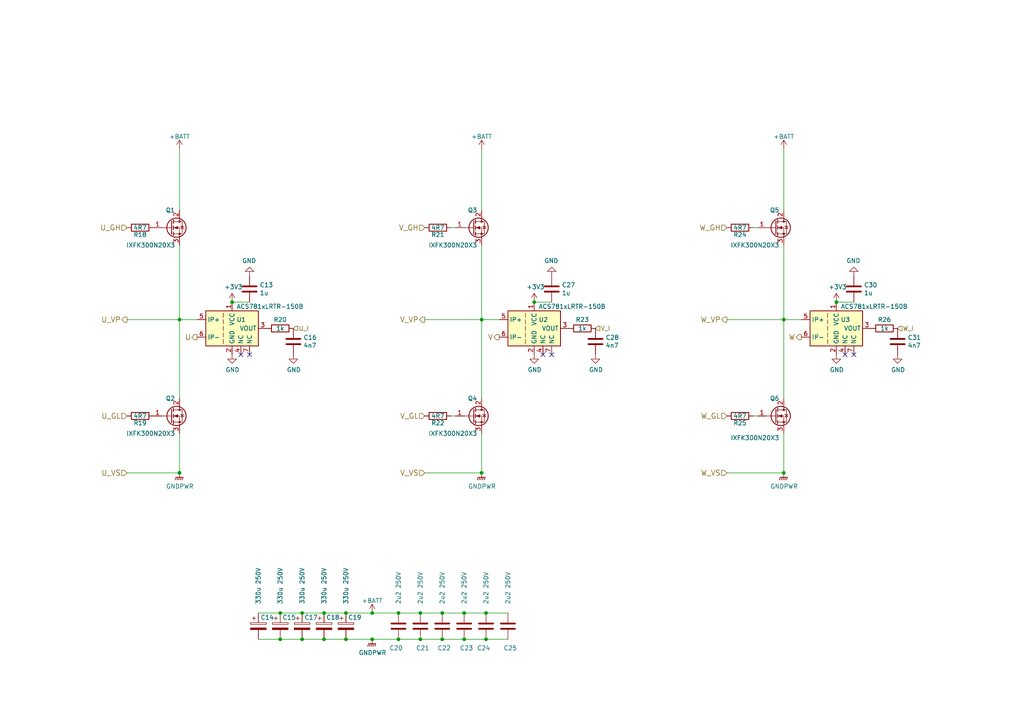
<source format=kicad_sch>
(kicad_sch (version 20230121) (generator eeschema)
  (paper "A4")
  (title_block (title "HSWR MOSFET Power Stage") (date "2017-02-05") (rev "4.0"))
  (lib_symbols
    (symbol "Device:C" (pin_numbers hide) (pin_names (offset 0.254))
      (property "Reference" "C" (at 0.635 2.54 0))
      (property "Value" "C" (at 0.635 -2.54 0))
      (symbol "C_0_1"
        (polyline (pts (xy -2.032 -0.762) (xy 2.032 -0.762)) (stroke (width 0.508)))
        (polyline (pts (xy -2.032 0.762) (xy 2.032 0.762)) (stroke (width 0.508)))
      )
      (symbol "C_1_1"
        (pin passive line (at 0 3.81 270) (length 2.794) (name "~") (number "1"))
        (pin passive line (at 0 -3.81 90) (length 2.794) (name "~") (number "2"))
      )
    )
    (symbol "Device:C_Polarized" (pin_numbers hide) (pin_names (offset 0.254))
      (property "Reference" "C" (at 0.635 2.54 0))
      (property "Value" "C_Polarized" (at 0.635 -2.54 0))
      (symbol "C_Polarized_0_1"
        (rectangle (start -2.286 0.508) (end 2.286 1.016))
        (polyline (pts (xy -1.778 2.286) (xy -0.762 2.286)))
        (polyline (pts (xy -1.27 2.794) (xy -1.27 1.778)))
        (rectangle (start 2.286 -0.508) (end -2.286 -1.016) (fill (type outline)))
      )
      (symbol "C_Polarized_1_1"
        (pin passive line (at 0 3.81 270) (length 2.794) (name "~") (number "1"))
        (pin passive line (at 0 -3.81 90) (length 2.794) (name "~") (number "2"))
      )
    )
    (symbol "Device:Q_NMOS_GDS" (pin_names (offset 0) hide)
      (property "Reference" "Q" (at 5.08 1.27 0))
      (property "Value" "Q_NMOS_GDS" (at 5.08 -1.27 0))
      (symbol "Q_NMOS_GDS_0_1"
        (polyline (pts (xy 0.254 0) (xy -2.54 0)))
        (polyline (pts (xy 0.254 1.905) (xy 0.254 -1.905)) (stroke (width 0.254)))
        (polyline (pts (xy 0.762 -1.27) (xy 0.762 -2.286)) (stroke (width 0.254)))
        (polyline (pts (xy 0.762 0.508) (xy 0.762 -0.508)) (stroke (width 0.254)))
        (polyline (pts (xy 0.762 2.286) (xy 0.762 1.27)) (stroke (width 0.254)))
        (polyline (pts (xy 2.54 2.54) (xy 2.54 1.778)))
        (polyline (pts (xy 2.54 -2.54) (xy 2.54 0) (xy 0.762 0)))
        (polyline (pts (xy 0.762 -1.778) (xy 3.302 -1.778) (xy 3.302 1.778) (xy 0.762 1.778)))
        (polyline (pts (xy 1.016 0) (xy 2.032 0.381) (xy 2.032 -0.381) (xy 1.016 0)) (fill (type outline)))
        (polyline (pts (xy 2.794 0.508) (xy 2.921 0.381) (xy 3.683 0.381) (xy 3.81 0.254)))
        (polyline (pts (xy 3.302 0.381) (xy 2.921 -0.254) (xy 3.683 -0.254) (xy 3.302 0.381)))
        (circle (center 1.651 0) (radius 2.794) (stroke (width 0.254)))
        (circle (center 2.54 -1.778) (radius 0.254) (fill (type outline)))
        (circle (center 2.54 1.778) (radius 0.254) (fill (type outline)))
      )
      (symbol "Q_NMOS_GDS_1_1"
        (pin input line (at -5.08 0 0) (length 2.54) (name "G") (number "1"))
        (pin passive line (at 2.54 5.08 270) (length 2.54) (name "D") (number "2"))
        (pin passive line (at 2.54 -5.08 90) (length 2.54) (name "S") (number "3"))
      )
    )
    (symbol "Device:R" (pin_numbers hide) (pin_names (offset 0))
      (property "Reference" "R" (at 2.032 0 90))
      (property "Value" "R" (at 0 0 90))
      (symbol "R_0_1"
        (rectangle (start -1.016 -2.54) (end 1.016 2.54) (stroke (width 0.254)))
      )
      (symbol "R_1_1"
        (pin passive line (at 0 3.81 270) (length 1.27) (name "~") (number "1"))
        (pin passive line (at 0 -3.81 90) (length 1.27) (name "~") (number "2"))
      )
    )
    (symbol "Sensor_Current:ACS781xLRTR-150B"
      (property "Reference" "U" (at -7.62 6.35 0))
      (property "Value" "ACS781xLRTR-150B" (at 2.54 6.35 0))
      (symbol "ACS781xLRTR-150B_0_1"
        (rectangle (start -7.62 5.08) (end 7.62 -5.08) (stroke (width 0.254)) (fill (type background)))
        (polyline (pts (xy -2.54 -3.175) (xy -2.54 -4.445)))
        (polyline (pts (xy -2.54 -1.27) (xy -2.54 -2.54)))
        (polyline (pts (xy -2.54 0.635) (xy -2.54 -0.635)))
        (polyline (pts (xy -2.54 1.27) (xy -2.54 2.54)))
        (polyline (pts (xy -2.54 3.175) (xy -2.54 4.445)))
      )
      (symbol "ACS781xLRTR-150B_1_1"
        (pin power_in line (at 0 7.62 270) (length 2.54) (name "VCC") (number "1"))
        (pin power_in line (at 0 -7.62 90) (length 2.54) (name "GND") (number "2"))
        (pin output line (at 10.16 0 180) (length 2.54) (name "VOUT") (number "3"))
        (pin passive line (at 2.54 -7.62 90) (length 2.54) (name "NC") (number "4"))
        (pin passive line (at -10.16 2.54 0) (length 2.54) (name "IP+") (number "5"))
        (pin passive line (at -10.16 -2.54 0) (length 2.54) (name "IP-") (number "6"))
        (pin passive line (at 5.08 -7.62 90) (length 2.54) (name "NC") (number "7"))
      )
    )
    (symbol "power:+3V3" (power) (pin_names (offset 0))
      (property "Value" "+3V3" (at 0 3.556 0))
      (symbol "+3V3_0_1"
        (polyline (pts (xy -0.762 1.27) (xy 0 2.54)))
        (polyline (pts (xy 0 0) (xy 0 2.54)))
        (polyline (pts (xy 0 2.54) (xy 0.762 1.27)))
      )
      (symbol "+3V3_1_1"
        (pin power_in line (at 0 0 90) (length 0) hide (name "+3V3") (number "1"))
      )
    )
    (symbol "power:+BATT" (power) (pin_names (offset 0))
      (property "Value" "+BATT" (at 0 3.556 0))
      (symbol "+BATT_0_1"
        (polyline (pts (xy -0.762 1.27) (xy 0 2.54)))
        (polyline (pts (xy 0 0) (xy 0 2.54)))
        (polyline (pts (xy 0 2.54) (xy 0.762 1.27)))
      )
      (symbol "+BATT_1_1"
        (pin power_in line (at 0 0 90) (length 0) hide (name "+BATT") (number "1"))
      )
    )
    (symbol "power:GND" (power) (pin_names (offset 0))
      (property "Value" "GND" (at 0 -3.81 0))
      (symbol "GND_0_1"
        (polyline (pts (xy 0 0) (xy 0 -1.27) (xy 1.27 -1.27) (xy 0 -2.54) (xy -1.27 -1.27) (xy 0 -1.27)))
      )
      (symbol "GND_1_1"
        (pin power_in line (at 0 0 270) (length 0) hide (name "GND") (number "1"))
      )
    )
    (symbol "power:GNDPWR" (power) (pin_names (offset 0))
      (property "Value" "GNDPWR" (at 0 -3.302 0))
      (symbol "GNDPWR_0_1"
        (polyline (pts (xy 0 -1.27) (xy 0 0)))
        (polyline (pts (xy -1.016 -1.27) (xy -1.27 -2.032) (xy -1.27 -2.032)) (stroke (width 0.2032)))
        (polyline (pts (xy -0.508 -1.27) (xy -0.762 -2.032) (xy -0.762 -2.032)) (stroke (width 0.2032)))
        (polyline (pts (xy 0 -1.27) (xy -0.254 -2.032) (xy -0.254 -2.032)) (stroke (width 0.2032)))
        (polyline (pts (xy 0.508 -1.27) (xy 0.254 -2.032) (xy 0.254 -2.032)) (stroke (width 0.2032)))
        (polyline (pts (xy 1.016 -1.27) (xy -1.016 -1.27) (xy -1.016 -1.27)) (stroke (width 0.2032)))
        (polyline (pts (xy 1.016 -1.27) (xy 0.762 -2.032) (xy 0.762 -2.032) (xy 0.762 -2.032)) (stroke (width 0.2032)))
      )
      (symbol "GNDPWR_1_1"
        (pin power_in line (at 0 0 270) (length 0) hide (name "GNDPWR") (number "1"))
      )
    )
  )
  (junction (at 115.57 185.42))
  (junction (at 81.28 185.42))
  (junction (at 121.92 185.42))
  (junction (at 100.33 185.42))
  (junction (at 140.97 177.8))
  (junction (at 227.33 137.16))
  (junction (at 115.57 177.8))
  (junction (at 128.27 177.8))
  (junction (at 87.63 177.8))
  (junction (at 52.07 137.16))
  (junction (at 87.63 185.42))
  (junction (at 52.07 92.71))
  (junction (at 93.98 177.8))
  (junction (at 81.28 177.8))
  (junction (at 134.62 185.42))
  (junction (at 67.31 87.63))
  (junction (at 139.7 92.71))
  (junction (at 139.7 137.16))
  (junction (at 154.94 87.63))
  (junction (at 140.97 185.42))
  (junction (at 242.57 87.63))
  (junction (at 227.33 92.71))
  (junction (at 107.95 177.8))
  (junction (at 93.98 185.42))
  (junction (at 100.33 177.8))
  (junction (at 121.92 177.8))
  (junction (at 128.27 185.42))
  (junction (at 107.95 185.42))
  (junction (at 134.62 177.8))
  (no_connect (at 72.39 102.87))
  (no_connect (at 69.85 102.87))
  (no_connect (at 245.11 102.87))
  (no_connect (at 160.02 102.87))
  (no_connect (at 247.65 102.87))
  (no_connect (at 157.48 102.87))
  (wire (pts (xy 227.33 137.16) (xy 227.33 125.73)))
  (wire (pts (xy 52.07 92.71) (xy 52.07 115.57)))
  (wire (pts (xy 121.92 185.42) (xy 128.27 185.42)))
  (wire (pts (xy 139.7 71.12) (xy 139.7 92.71)))
  (wire (pts (xy 74.93 177.8) (xy 81.28 177.8)))
  (wire (pts (xy 219.71 120.65) (xy 218.44 120.65)))
  (wire (pts (xy 93.98 177.8) (xy 100.33 177.8)))
  (wire (pts (xy 52.07 43.18) (xy 52.07 60.96)))
  (wire (pts (xy 128.27 177.8) (xy 134.62 177.8)))
  (wire (pts (xy 115.57 177.8) (xy 121.92 177.8)))
  (wire (pts (xy 210.82 137.16) (xy 227.33 137.16)))
  (wire (pts (xy 242.57 87.63) (xy 247.65 87.63)))
  (wire (pts (xy 67.31 87.63) (xy 72.39 87.63)))
  (wire (pts (xy 123.19 137.16) (xy 139.7 137.16)))
  (wire (pts (xy 87.63 185.42) (xy 93.98 185.42)))
  (wire (pts (xy 219.71 66.04) (xy 218.44 66.04)))
  (wire (pts (xy 52.07 137.16) (xy 52.07 125.73)))
  (wire (pts (xy 93.98 185.42) (xy 100.33 185.42)))
  (wire (pts (xy 87.63 177.8) (xy 93.98 177.8)))
  (wire (pts (xy 100.33 185.42) (xy 107.95 185.42)))
  (wire (pts (xy 140.97 185.42) (xy 147.32 185.42)))
  (wire (pts (xy 81.28 177.8) (xy 87.63 177.8)))
  (wire (pts (xy 121.92 177.8) (xy 128.27 177.8)))
  (wire (pts (xy 154.94 87.63) (xy 160.02 87.63)))
  (wire (pts (xy 81.28 185.42) (xy 87.63 185.42)))
  (wire (pts (xy 227.33 92.71) (xy 232.41 92.71)))
  (wire (pts (xy 100.33 177.8) (xy 107.95 177.8)))
  (wire (pts (xy 115.57 185.42) (xy 121.92 185.42)))
  (wire (pts (xy 107.95 177.8) (xy 115.57 177.8)))
  (wire (pts (xy 139.7 43.18) (xy 139.7 60.96)))
  (wire (pts (xy 132.08 66.04) (xy 130.81 66.04)))
  (wire (pts (xy 134.62 177.8) (xy 140.97 177.8)))
  (wire (pts (xy 36.83 137.16) (xy 52.07 137.16)))
  (wire (pts (xy 139.7 92.71) (xy 123.19 92.71)))
  (wire (pts (xy 227.33 92.71) (xy 227.33 115.57)))
  (wire (pts (xy 52.07 92.71) (xy 57.15 92.71)))
  (wire (pts (xy 139.7 92.71) (xy 144.78 92.71)))
  (wire (pts (xy 107.95 185.42) (xy 115.57 185.42)))
  (wire (pts (xy 134.62 185.42) (xy 140.97 185.42)))
  (wire (pts (xy 36.83 92.71) (xy 52.07 92.71)))
  (wire (pts (xy 227.33 71.12) (xy 227.33 92.71)))
  (wire (pts (xy 139.7 137.16) (xy 139.7 125.73)))
  (wire (pts (xy 132.08 120.65) (xy 130.81 120.65)))
  (wire (pts (xy 210.82 92.71) (xy 227.33 92.71)))
  (wire (pts (xy 139.7 92.71) (xy 139.7 115.57)))
  (wire (pts (xy 227.33 43.18) (xy 227.33 60.96)))
  (wire (pts (xy 52.07 71.12) (xy 52.07 92.71)))
  (wire (pts (xy 140.97 177.8) (xy 147.32 177.8)))
  (wire (pts (xy 74.93 185.42) (xy 81.28 185.42)))
  (wire (pts (xy 128.27 185.42) (xy 134.62 185.42)))
  (hierarchical_label "W_VS" (shape input) (at 210.82 137.16 180) (effects (font (size 1.524 1.524))))
  (hierarchical_label "W" (shape output) (at 232.41 97.79 180) (effects (font (size 1.524 1.524))))
  (hierarchical_label "U_GL" (shape input) (at 36.83 120.65 180) (effects (font (size 1.524 1.524))))
  (hierarchical_label "W_GL" (shape input) (at 210.82 120.65 180) (effects (font (size 1.524 1.524))))
  (hierarchical_label "W_I" (shape input) (at 260.35 95.25 0))
  (hierarchical_label "V_GL" (shape input) (at 123.19 120.65 180) (effects (font (size 1.524 1.524))))
  (hierarchical_label "U" (shape output) (at 57.15 97.79 180) (effects (font (size 1.524 1.524))))
  (hierarchical_label "U_VS" (shape input) (at 36.83 137.16 180) (effects (font (size 1.524 1.524))))
  (hierarchical_label "U_VP" (shape output) (at 36.83 92.71 180) (effects (font (size 1.524 1.524))))
  (hierarchical_label "U_I" (shape input) (at 85.09 95.25 0))
  (hierarchical_label "U_GH" (shape input) (at 36.83 66.04 180) (effects (font (size 1.524 1.524))))
  (hierarchical_label "V_I" (shape input) (at 172.72 95.25 0))
  (hierarchical_label "W_GH" (shape input) (at 210.82 66.04 180) (effects (font (size 1.524 1.524))))
  (hierarchical_label "V" (shape output) (at 144.78 97.79 180) (effects (font (size 1.524 1.524))))
  (hierarchical_label "V_VS" (shape input) (at 123.19 137.16 180) (effects (font (size 1.524 1.524))))
  (hierarchical_label "V_GH" (shape input) (at 123.19 66.04 180) (effects (font (size 1.524 1.524))))
  (hierarchical_label "V_VP" (shape output) (at 123.19 92.71 180) (effects (font (size 1.524 1.524))))
  (hierarchical_label "W_VP" (shape output) (at 210.82 92.71 180) (effects (font (size 1.524 1.524))))
  (symbol (lib_id "power:+BATT") (at 227.33 43.18 0) (unit 1)
    (property "Reference" "#PWR057" (effects hide))
    (property "Value" "+BATT" (at 227.33 39.624 0))
  )
  (symbol (lib_id "Device:R") (at 214.63 120.65 270) (unit 1)
    (property "Reference" "R25" (at 214.63 122.682 90))
    (property "Value" "4R7" (at 214.63 120.65 90))
    (property "Footprint" "Resistor_SMD:R_0805_2012Metric" (effects hide))
  )
  (symbol (lib_id "Device:R") (at 214.63 66.04 270) (unit 1)
    (property "Reference" "R24" (at 214.63 68.072 90))
    (property "Value" "4R7" (at 214.63 66.04 90))
    (property "Footprint" "Resistor_SMD:R_0805_2012Metric" (effects hide))
  )
  (symbol (lib_id "Device:Q_NMOS_GDS") (at 224.79 120.65 0) (unit 1)
    (property "Reference" "Q6" (at 226.06 115.57 0) (effects (justify right)))
    (property "Value" "IXFK300N20X3" (at 226.06 127 0) (effects (justify right)))
    (property "Footprint" "HSWR:TO-264-3_Horizontal_TabUp_6mm_hole" (effects hide))
  )
  (symbol (lib_id "Device:Q_NMOS_GDS") (at 224.79 66.04 0) (unit 1)
    (property "Reference" "Q5" (at 226.06 60.96 0) (effects (justify right)))
    (property "Value" "IXFK300N20X3" (at 226.06 71.12 0) (effects (justify right)))
    (property "Footprint" "HSWR:TO-264-3_Horizontal_TabUp_6mm_hole" (effects hide))
  )
  (symbol (lib_id "power:+BATT") (at 139.7 43.18 0) (unit 1)
    (property "Reference" "#PWR050" (effects hide))
    (property "Value" "+BATT" (at 139.7 39.624 0))
  )
  (symbol (lib_id "Device:R") (at 127 120.65 270) (unit 1)
    (property "Reference" "R22" (at 127 122.682 90))
    (property "Value" "4R7" (at 127 120.65 90))
    (property "Footprint" "Resistor_SMD:R_0805_2012Metric" (effects hide))
  )
  (symbol (lib_id "Device:R") (at 127 66.04 270) (unit 1)
    (property "Reference" "R21" (at 127 68.072 90))
    (property "Value" "4R7" (at 127 66.04 90))
    (property "Footprint" "Resistor_SMD:R_0805_2012Metric" (effects hide))
  )
  (symbol (lib_id "Device:Q_NMOS_GDS") (at 137.16 120.65 0) (unit 1)
    (property "Reference" "Q4" (at 138.43 115.57 0) (effects (justify right)))
    (property "Value" "IXFK300N20X3" (at 138.43 125.73 0) (effects (justify right)))
    (property "Footprint" "HSWR:TO-264-3_Horizontal_TabUp_6mm_hole" (effects hide))
  )
  (symbol (lib_id "Device:Q_NMOS_GDS") (at 137.16 66.04 0) (unit 1)
    (property "Reference" "Q3" (at 138.43 60.96 0) (effects (justify right)))
    (property "Value" "IXFK300N20X3" (at 138.43 71.12 0) (effects (justify right)))
    (property "Footprint" "HSWR:TO-264-3_Horizontal_TabUp_6mm_hole" (effects hide))
  )
  (symbol (lib_id "power:+BATT") (at 52.07 43.18 0) (unit 1)
    (property "Reference" "#PWR041" (effects hide))
    (property "Value" "+BATT" (at 52.07 39.624 0))
  )
  (symbol (lib_id "Device:R") (at 40.64 120.65 270) (unit 1)
    (property "Reference" "R19" (at 40.64 122.682 90))
    (property "Value" "4R7" (at 40.64 120.65 90))
    (property "Footprint" "Resistor_SMD:R_0805_2012Metric" (effects hide))
  )
  (symbol (lib_id "Device:R") (at 40.64 66.04 270) (unit 1)
    (property "Reference" "R18" (at 40.64 68.072 90))
    (property "Value" "4R7" (at 40.64 66.04 90))
    (property "Footprint" "Resistor_SMD:R_0805_2012Metric" (effects hide))
  )
  (symbol (lib_id "Device:Q_NMOS_GDS") (at 49.53 120.65 0) (unit 1)
    (property "Reference" "Q2" (at 50.8 115.57 0) (effects (justify right)))
    (property "Value" "IXFK300N20X3" (at 50.8 125.73 0) (effects (justify right)))
    (property "Footprint" "HSWR:TO-264-3_Horizontal_TabUp_6mm_hole" (effects hide))
  )
  (symbol (lib_id "Device:Q_NMOS_GDS") (at 49.53 66.04 0) (unit 1)
    (property "Reference" "Q1" (at 50.8 60.96 0) (effects (justify right)))
    (property "Value" "IXFK300N20X3" (at 50.8 71.12 0) (effects (justify right)))
    (property "Footprint" "HSWR:TO-264-3_Horizontal_TabUp_6mm_hole" (effects hide))
  )
  (symbol (lib_id "power:+BATT") (at 107.95 177.8 0) (unit 1)
    (property "Reference" "#PWR048" (effects hide))
    (property "Value" "+BATT" (at 107.95 174.244 0))
  )
  (symbol (lib_id "Device:C") (at 115.57 181.61 0) (mirror y) (unit 1)
    (property "Reference" "C20" (at 116.84 187.96 0) (effects (justify left)))
    (property "Value" "2u2 250V" (at 115.57 175.26 90) (effects (justify left)))
    (property "Footprint" "Capacitor_SMD:C_2220_5750Metric" (effects hide))
  )
  (symbol (lib_id "Device:C") (at 121.92 181.61 0) (unit 1)
    (property "Reference" "C21" (at 120.65 187.96 0) (effects (justify left)))
    (property "Value" "2u2 250V" (at 121.92 175.26 90) (effects (justify left)))
    (property "Footprint" "Capacitor_SMD:C_2220_5750Metric" (effects hide))
  )
  (symbol (lib_id "Device:C") (at 128.27 181.61 0) (mirror y) (unit 1)
    (property "Reference" "C22" (at 130.81 187.96 0) (effects (justify left)))
    (property "Value" "2u2 250V" (at 128.27 175.26 90) (effects (justify left)))
    (property "Footprint" "Capacitor_SMD:C_2220_5750Metric" (effects hide))
  )
  (symbol (lib_id "Device:C") (at 134.62 181.61 0) (unit 1)
    (property "Reference" "C23" (at 133.35 187.96 0) (effects (justify left)))
    (property "Value" "2u2 250V" (at 134.62 175.26 90) (effects (justify left)))
    (property "Footprint" "Capacitor_SMD:C_2220_5750Metric" (effects hide))
  )
  (symbol (lib_id "Device:C") (at 140.97 181.61 0) (mirror y) (unit 1)
    (property "Reference" "C24" (at 142.24 187.96 0) (effects (justify left)))
    (property "Value" "2u2 250V" (at 140.97 175.26 90) (effects (justify left)))
    (property "Footprint" "Capacitor_SMD:C_2220_5750Metric" (effects hide))
  )
  (symbol (lib_id "Device:C") (at 147.32 181.61 0) (unit 1)
    (property "Reference" "C25" (at 146.05 187.96 0) (effects (justify left)))
    (property "Value" "2u2 250V" (at 147.32 175.26 90) (effects (justify left)))
    (property "Footprint" "Capacitor_SMD:C_2220_5750Metric" (effects hide))
  )
  (symbol (lib_id "Device:C_Polarized") (at 81.28 181.61 0) (unit 1)
    (property "Reference" "C15" (at 81.915 179.07 0) (effects (justify left)))
    (property "Value" "330u 250V" (at 81.28 175.26 90) (effects (justify left)))
    (property "Footprint" "Capacitor_THT:CP_Radial_D22.0mm_P10.00mm_SnapIn" (effects hide))
  )
  (symbol (lib_id "Device:C_Polarized") (at 87.63 181.61 0) (unit 1)
    (property "Reference" "C17" (at 88.265 179.07 0) (effects (justify left)))
    (property "Value" "330u 250V" (at 87.63 175.26 90) (effects (justify left)))
    (property "Footprint" "Capacitor_THT:CP_Radial_D22.0mm_P10.00mm_SnapIn" (effects hide))
  )
  (symbol (lib_id "Device:C_Polarized") (at 93.98 181.61 0) (unit 1)
    (property "Reference" "C18" (at 94.615 179.07 0) (effects (justify left)))
    (property "Value" "330u 250V" (at 93.98 175.26 90) (effects (justify left)))
    (property "Footprint" "Capacitor_THT:CP_Radial_D22.0mm_P10.00mm_SnapIn" (effects hide))
  )
  (symbol (lib_id "Device:C_Polarized") (at 100.33 181.61 0) (unit 1)
    (property "Reference" "C19" (at 100.965 179.07 0) (effects (justify left)))
    (property "Value" "330u 250V" (at 100.33 175.26 90) (effects (justify left)))
    (property "Footprint" "Capacitor_THT:CP_Radial_D22.0mm_P10.00mm_SnapIn" (effects hide))
  )
  (symbol (lib_id "Device:C_Polarized") (at 74.93 181.61 0) (unit 1)
    (property "Reference" "C14" (at 75.565 179.07 0) (effects (justify left)))
    (property "Value" "330u 250V" (at 74.93 175.26 90) (effects (justify left)))
    (property "Footprint" "Capacitor_THT:CP_Radial_D22.0mm_P10.00mm_SnapIn" (effects hide))
  )
  (symbol (lib_id "power:GNDPWR") (at 107.95 185.42 0) (unit 1)
    (property "Reference" "#PWR049" (effects hide))
    (property "Value" "GNDPWR" (at 108.0516 189.3316 0))
  )
  (symbol (lib_id "power:GNDPWR") (at 52.07 137.16 0) (unit 1)
    (property "Reference" "#PWR042" (effects hide))
    (property "Value" "GNDPWR" (at 52.1716 141.0716 0))
  )
  (symbol (lib_id "power:GNDPWR") (at 139.7 137.16 0) (unit 1)
    (property "Reference" "#PWR051" (effects hide))
    (property "Value" "GNDPWR" (at 139.8016 141.0716 0))
  )
  (symbol (lib_id "power:GNDPWR") (at 227.33 137.16 0) (unit 1)
    (property "Reference" "#PWR058" (effects hide))
    (property "Value" "GNDPWR" (at 227.4316 141.0716 0))
  )
  (symbol (lib_id "Device:C") (at 72.39 83.82 0) (unit 1)
    (property "Reference" "C13" (at 75.311 82.6516 0) (effects (justify left)))
    (property "Value" "1u" (at 75.311 84.963 0) (effects (justify left)))
    (property "Footprint" "Capacitor_SMD:C_0805_2012Metric" (effects hide))
  )
  (symbol (lib_id "power:+3V3") (at 67.31 87.63 0) (unit 1)
    (property "Reference" "#PWR044" (effects hide))
    (property "Value" "+3V3" (at 67.691 83.2358 0))
  )
  (symbol (lib_id "power:GND") (at 72.39 80.01 180) (unit 1)
    (property "Reference" "#PWR046" (effects hide))
    (property "Value" "GND" (at 72.263 75.6158 0))
  )
  (symbol (lib_id "power:GND") (at 67.31 102.87 0) (unit 1)
    (property "Reference" "#PWR045" (effects hide))
    (property "Value" "GND" (at 67.437 107.2642 0))
  )
  (symbol (lib_id "Device:R") (at 81.28 95.25 270) (unit 1)
    (property "Reference" "R20" (at 81.28 92.71 90))
    (property "Value" "1k" (at 81.28 95.25 90))
    (property "Footprint" "Resistor_SMD:R_0805_2012Metric" (effects hide))
  )
  (symbol (lib_id "Device:C") (at 85.09 99.06 0) (unit 1)
    (property "Reference" "C16" (at 88.011 97.8916 0) (effects (justify left)))
    (property "Value" "4n7" (at 88.011 100.203 0) (effects (justify left)))
    (property "Footprint" "Capacitor_SMD:C_0805_2012Metric" (effects hide))
  )
  (symbol (lib_id "power:GND") (at 85.09 102.87 0) (unit 1)
    (property "Reference" "#PWR047" (effects hide))
    (property "Value" "GND" (at 85.217 107.2642 0))
  )
  (symbol (lib_id "Device:C") (at 160.02 83.82 0) (unit 1)
    (property "Reference" "C27" (at 162.941 82.6516 0) (effects (justify left)))
    (property "Value" "1u" (at 162.941 84.963 0) (effects (justify left)))
    (property "Footprint" "Capacitor_SMD:C_0805_2012Metric" (effects hide))
  )
  (symbol (lib_id "power:+3V3") (at 154.94 87.63 0) (unit 1)
    (property "Reference" "#PWR053" (effects hide))
    (property "Value" "+3V3" (at 155.321 83.2358 0))
  )
  (symbol (lib_id "power:GND") (at 160.02 80.01 180) (unit 1)
    (property "Reference" "#PWR055" (effects hide))
    (property "Value" "GND" (at 159.893 75.6158 0))
  )
  (symbol (lib_id "power:GND") (at 154.94 102.87 0) (unit 1)
    (property "Reference" "#PWR054" (effects hide))
    (property "Value" "GND" (at 155.067 107.2642 0))
  )
  (symbol (lib_id "Device:R") (at 168.91 95.25 270) (unit 1)
    (property "Reference" "R23" (at 168.91 92.71 90))
    (property "Value" "1k" (at 168.91 95.25 90))
    (property "Footprint" "Resistor_SMD:R_0805_2012Metric" (effects hide))
  )
  (symbol (lib_id "Device:C") (at 172.72 99.06 0) (unit 1)
    (property "Reference" "C28" (at 175.641 97.8916 0) (effects (justify left)))
    (property "Value" "4n7" (at 175.641 100.203 0) (effects (justify left)))
    (property "Footprint" "Capacitor_SMD:C_0805_2012Metric" (effects hide))
  )
  (symbol (lib_id "power:GND") (at 172.72 102.87 0) (unit 1)
    (property "Reference" "#PWR056" (effects hide))
    (property "Value" "GND" (at 172.847 107.2642 0))
  )
  (symbol (lib_id "Device:C") (at 247.65 83.82 0) (unit 1)
    (property "Reference" "C30" (at 250.571 82.6516 0) (effects (justify left)))
    (property "Value" "1u" (at 250.571 84.963 0) (effects (justify left)))
    (property "Footprint" "Capacitor_SMD:C_0805_2012Metric" (effects hide))
  )
  (symbol (lib_id "power:+3V3") (at 242.57 87.63 0) (unit 1)
    (property "Reference" "#PWR060" (effects hide))
    (property "Value" "+3V3" (at 242.951 83.2358 0))
  )
  (symbol (lib_id "power:GND") (at 247.65 80.01 180) (unit 1)
    (property "Reference" "#PWR062" (effects hide))
    (property "Value" "GND" (at 247.523 75.6158 0))
  )
  (symbol (lib_id "power:GND") (at 242.57 102.87 0) (unit 1)
    (property "Reference" "#PWR061" (effects hide))
    (property "Value" "GND" (at 242.697 107.2642 0))
  )
  (symbol (lib_id "Device:R") (at 256.54 95.25 270) (unit 1)
    (property "Reference" "R26" (at 256.54 92.71 90))
    (property "Value" "1k" (at 256.54 95.25 90))
    (property "Footprint" "Resistor_SMD:R_0805_2012Metric" (effects hide))
  )
  (symbol (lib_id "Device:C") (at 260.35 99.06 0) (unit 1)
    (property "Reference" "C31" (at 263.271 97.8916 0) (effects (justify left)))
    (property "Value" "4n7" (at 263.271 100.203 0) (effects (justify left)))
    (property "Footprint" "Capacitor_SMD:C_0805_2012Metric" (effects hide))
  )
  (symbol (lib_id "power:GND") (at 260.35 102.87 0) (unit 1)
    (property "Reference" "#PWR063" (effects hide))
    (property "Value" "GND" (at 260.477 107.2642 0))
  )
  (symbol (lib_id "Sensor_Current:ACS781xLRTR-150B") (at 67.31 95.25 0) (unit 1)
    (property "Reference" "U1" (at 68.58 92.71 0) (effects (justify left)))
    (property "Value" "ACS781xLRTR-150B" (at 68.58 88.9 0) (effects (justify left)))
    (property "Footprint" "Sensor_Current:Allegro_PSOF-7_4.8x6.4mm_P1.60mm" (effects hide))
    (property "Datasheet" "http://www.allegromicro.com/~/media/Files/Datasheets/ACS781-Datsaheet.ashx?la=en" (effects hide))
  )
  (symbol (lib_id "Sensor_Current:ACS781xLRTR-150B") (at 154.94 95.25 0) (unit 1)
    (property "Reference" "U2" (at 156.21 92.71 0) (effects (justify left)))
    (property "Value" "ACS781xLRTR-150B" (at 156.21 88.9 0) (effects (justify left)))
    (property "Footprint" "Sensor_Current:Allegro_PSOF-7_4.8x6.4mm_P1.60mm" (effects hide))
    (property "Datasheet" "http://www.allegromicro.com/~/media/Files/Datasheets/ACS781-Datsaheet.ashx?la=en" (effects hide))
  )
  (symbol (lib_id "Sensor_Current:ACS781xLRTR-150B") (at 242.57 95.25 0) (unit 1)
    (property "Reference" "U3" (at 243.84 92.71 0) (effects (justify left)))
    (property "Value" "ACS781xLRTR-150B" (at 243.84 88.9 0) (effects (justify left)))
    (property "Footprint" "Sensor_Current:Allegro_PSOF-7_4.8x6.4mm_P1.60mm" (effects hide))
    (property "Datasheet" "http://www.allegromicro.com/~/media/Files/Datasheets/ACS781-Datsaheet.ashx?la=en" (effects hide))
  )
)
</source>
